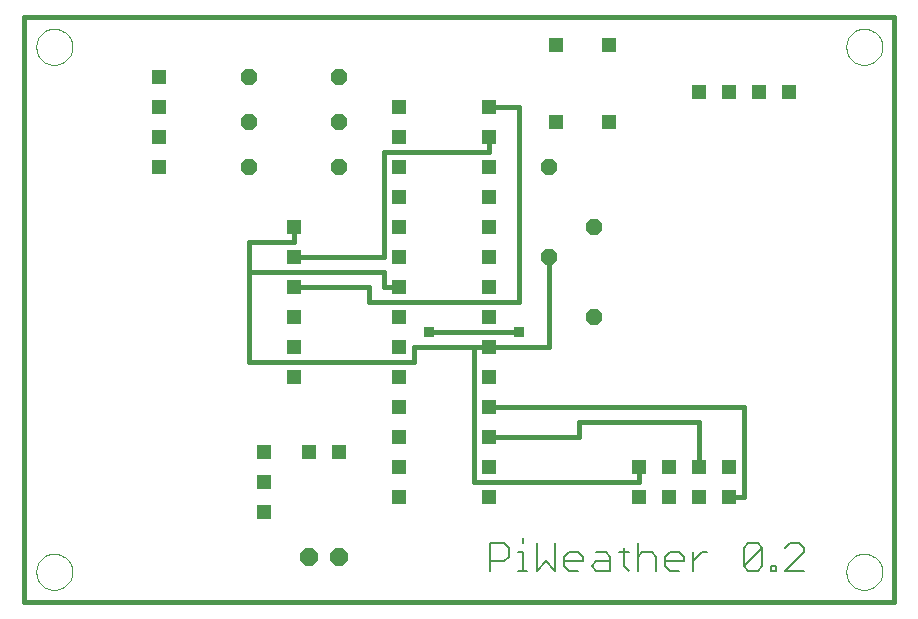
<source format=gtl>
G75*
%MOIN*%
%OFA0B0*%
%FSLAX24Y24*%
%IPPOS*%
%LPD*%
%AMOC8*
5,1,8,0,0,1.08239X$1,22.5*
%
%ADD10C,0.0000*%
%ADD11C,0.0080*%
%ADD12C,0.0160*%
%ADD13R,0.0515X0.0515*%
%ADD14OC8,0.0520*%
%ADD15OC8,0.0600*%
%ADD16R,0.0356X0.0356*%
D10*
X000580Y001180D02*
X000582Y001229D01*
X000588Y001277D01*
X000598Y001325D01*
X000612Y001372D01*
X000629Y001418D01*
X000650Y001462D01*
X000675Y001504D01*
X000703Y001544D01*
X000735Y001582D01*
X000769Y001617D01*
X000806Y001649D01*
X000845Y001678D01*
X000887Y001704D01*
X000931Y001726D01*
X000976Y001744D01*
X001023Y001759D01*
X001070Y001770D01*
X001119Y001777D01*
X001168Y001780D01*
X001217Y001779D01*
X001265Y001774D01*
X001314Y001765D01*
X001361Y001752D01*
X001407Y001735D01*
X001451Y001715D01*
X001494Y001691D01*
X001535Y001664D01*
X001573Y001633D01*
X001609Y001600D01*
X001641Y001564D01*
X001671Y001525D01*
X001698Y001484D01*
X001721Y001440D01*
X001740Y001395D01*
X001756Y001349D01*
X001768Y001302D01*
X001776Y001253D01*
X001780Y001204D01*
X001780Y001156D01*
X001776Y001107D01*
X001768Y001058D01*
X001756Y001011D01*
X001740Y000965D01*
X001721Y000920D01*
X001698Y000876D01*
X001671Y000835D01*
X001641Y000796D01*
X001609Y000760D01*
X001573Y000727D01*
X001535Y000696D01*
X001494Y000669D01*
X001451Y000645D01*
X001407Y000625D01*
X001361Y000608D01*
X001314Y000595D01*
X001265Y000586D01*
X001217Y000581D01*
X001168Y000580D01*
X001119Y000583D01*
X001070Y000590D01*
X001023Y000601D01*
X000976Y000616D01*
X000931Y000634D01*
X000887Y000656D01*
X000845Y000682D01*
X000806Y000711D01*
X000769Y000743D01*
X000735Y000778D01*
X000703Y000816D01*
X000675Y000856D01*
X000650Y000898D01*
X000629Y000942D01*
X000612Y000988D01*
X000598Y001035D01*
X000588Y001083D01*
X000582Y001131D01*
X000580Y001180D01*
X000580Y018680D02*
X000582Y018729D01*
X000588Y018777D01*
X000598Y018825D01*
X000612Y018872D01*
X000629Y018918D01*
X000650Y018962D01*
X000675Y019004D01*
X000703Y019044D01*
X000735Y019082D01*
X000769Y019117D01*
X000806Y019149D01*
X000845Y019178D01*
X000887Y019204D01*
X000931Y019226D01*
X000976Y019244D01*
X001023Y019259D01*
X001070Y019270D01*
X001119Y019277D01*
X001168Y019280D01*
X001217Y019279D01*
X001265Y019274D01*
X001314Y019265D01*
X001361Y019252D01*
X001407Y019235D01*
X001451Y019215D01*
X001494Y019191D01*
X001535Y019164D01*
X001573Y019133D01*
X001609Y019100D01*
X001641Y019064D01*
X001671Y019025D01*
X001698Y018984D01*
X001721Y018940D01*
X001740Y018895D01*
X001756Y018849D01*
X001768Y018802D01*
X001776Y018753D01*
X001780Y018704D01*
X001780Y018656D01*
X001776Y018607D01*
X001768Y018558D01*
X001756Y018511D01*
X001740Y018465D01*
X001721Y018420D01*
X001698Y018376D01*
X001671Y018335D01*
X001641Y018296D01*
X001609Y018260D01*
X001573Y018227D01*
X001535Y018196D01*
X001494Y018169D01*
X001451Y018145D01*
X001407Y018125D01*
X001361Y018108D01*
X001314Y018095D01*
X001265Y018086D01*
X001217Y018081D01*
X001168Y018080D01*
X001119Y018083D01*
X001070Y018090D01*
X001023Y018101D01*
X000976Y018116D01*
X000931Y018134D01*
X000887Y018156D01*
X000845Y018182D01*
X000806Y018211D01*
X000769Y018243D01*
X000735Y018278D01*
X000703Y018316D01*
X000675Y018356D01*
X000650Y018398D01*
X000629Y018442D01*
X000612Y018488D01*
X000598Y018535D01*
X000588Y018583D01*
X000582Y018631D01*
X000580Y018680D01*
X027580Y018680D02*
X027582Y018729D01*
X027588Y018777D01*
X027598Y018825D01*
X027612Y018872D01*
X027629Y018918D01*
X027650Y018962D01*
X027675Y019004D01*
X027703Y019044D01*
X027735Y019082D01*
X027769Y019117D01*
X027806Y019149D01*
X027845Y019178D01*
X027887Y019204D01*
X027931Y019226D01*
X027976Y019244D01*
X028023Y019259D01*
X028070Y019270D01*
X028119Y019277D01*
X028168Y019280D01*
X028217Y019279D01*
X028265Y019274D01*
X028314Y019265D01*
X028361Y019252D01*
X028407Y019235D01*
X028451Y019215D01*
X028494Y019191D01*
X028535Y019164D01*
X028573Y019133D01*
X028609Y019100D01*
X028641Y019064D01*
X028671Y019025D01*
X028698Y018984D01*
X028721Y018940D01*
X028740Y018895D01*
X028756Y018849D01*
X028768Y018802D01*
X028776Y018753D01*
X028780Y018704D01*
X028780Y018656D01*
X028776Y018607D01*
X028768Y018558D01*
X028756Y018511D01*
X028740Y018465D01*
X028721Y018420D01*
X028698Y018376D01*
X028671Y018335D01*
X028641Y018296D01*
X028609Y018260D01*
X028573Y018227D01*
X028535Y018196D01*
X028494Y018169D01*
X028451Y018145D01*
X028407Y018125D01*
X028361Y018108D01*
X028314Y018095D01*
X028265Y018086D01*
X028217Y018081D01*
X028168Y018080D01*
X028119Y018083D01*
X028070Y018090D01*
X028023Y018101D01*
X027976Y018116D01*
X027931Y018134D01*
X027887Y018156D01*
X027845Y018182D01*
X027806Y018211D01*
X027769Y018243D01*
X027735Y018278D01*
X027703Y018316D01*
X027675Y018356D01*
X027650Y018398D01*
X027629Y018442D01*
X027612Y018488D01*
X027598Y018535D01*
X027588Y018583D01*
X027582Y018631D01*
X027580Y018680D01*
X027580Y001180D02*
X027582Y001229D01*
X027588Y001277D01*
X027598Y001325D01*
X027612Y001372D01*
X027629Y001418D01*
X027650Y001462D01*
X027675Y001504D01*
X027703Y001544D01*
X027735Y001582D01*
X027769Y001617D01*
X027806Y001649D01*
X027845Y001678D01*
X027887Y001704D01*
X027931Y001726D01*
X027976Y001744D01*
X028023Y001759D01*
X028070Y001770D01*
X028119Y001777D01*
X028168Y001780D01*
X028217Y001779D01*
X028265Y001774D01*
X028314Y001765D01*
X028361Y001752D01*
X028407Y001735D01*
X028451Y001715D01*
X028494Y001691D01*
X028535Y001664D01*
X028573Y001633D01*
X028609Y001600D01*
X028641Y001564D01*
X028671Y001525D01*
X028698Y001484D01*
X028721Y001440D01*
X028740Y001395D01*
X028756Y001349D01*
X028768Y001302D01*
X028776Y001253D01*
X028780Y001204D01*
X028780Y001156D01*
X028776Y001107D01*
X028768Y001058D01*
X028756Y001011D01*
X028740Y000965D01*
X028721Y000920D01*
X028698Y000876D01*
X028671Y000835D01*
X028641Y000796D01*
X028609Y000760D01*
X028573Y000727D01*
X028535Y000696D01*
X028494Y000669D01*
X028451Y000645D01*
X028407Y000625D01*
X028361Y000608D01*
X028314Y000595D01*
X028265Y000586D01*
X028217Y000581D01*
X028168Y000580D01*
X028119Y000583D01*
X028070Y000590D01*
X028023Y000601D01*
X027976Y000616D01*
X027931Y000634D01*
X027887Y000656D01*
X027845Y000682D01*
X027806Y000711D01*
X027769Y000743D01*
X027735Y000778D01*
X027703Y000816D01*
X027675Y000856D01*
X027650Y000898D01*
X027629Y000942D01*
X027612Y000988D01*
X027598Y001035D01*
X027588Y001083D01*
X027582Y001131D01*
X027580Y001180D01*
D11*
X026156Y001220D02*
X025542Y001220D01*
X026156Y001834D01*
X026156Y001987D01*
X026002Y002141D01*
X025695Y002141D01*
X025542Y001987D01*
X024774Y001987D02*
X024161Y001373D01*
X024314Y001220D01*
X024621Y001220D01*
X024774Y001373D01*
X024774Y001987D01*
X024621Y002141D01*
X024314Y002141D01*
X024161Y001987D01*
X024161Y001373D01*
X025081Y001373D02*
X025235Y001373D01*
X025235Y001220D01*
X025081Y001220D01*
X025081Y001373D01*
X022933Y001834D02*
X022779Y001834D01*
X022472Y001527D01*
X022166Y001527D02*
X022166Y001680D01*
X022012Y001834D01*
X021705Y001834D01*
X021552Y001680D01*
X021552Y001373D01*
X021705Y001220D01*
X022012Y001220D01*
X022166Y001527D02*
X021552Y001527D01*
X021245Y001680D02*
X021245Y001220D01*
X021245Y001680D02*
X021091Y001834D01*
X020784Y001834D01*
X020631Y001680D01*
X020324Y001834D02*
X020017Y001834D01*
X020170Y001987D02*
X020170Y001373D01*
X020324Y001220D01*
X020631Y001220D02*
X020631Y002141D01*
X019710Y001680D02*
X019710Y001220D01*
X019250Y001220D01*
X019096Y001373D01*
X019250Y001527D01*
X019710Y001527D01*
X019710Y001680D02*
X019557Y001834D01*
X019250Y001834D01*
X018789Y001680D02*
X018789Y001527D01*
X018175Y001527D01*
X018175Y001680D02*
X018175Y001373D01*
X018329Y001220D01*
X018636Y001220D01*
X018789Y001680D02*
X018636Y001834D01*
X018329Y001834D01*
X018175Y001680D01*
X017869Y001220D02*
X017869Y002141D01*
X017255Y002141D02*
X017255Y001220D01*
X017562Y001527D01*
X017869Y001220D01*
X016948Y001220D02*
X016641Y001220D01*
X016794Y001220D02*
X016794Y001834D01*
X016641Y001834D01*
X016794Y002141D02*
X016794Y002294D01*
X016334Y001987D02*
X016334Y001680D01*
X016180Y001527D01*
X015720Y001527D01*
X015720Y001220D02*
X015720Y002141D01*
X016180Y002141D01*
X016334Y001987D01*
X022472Y001834D02*
X022472Y001220D01*
D12*
X000180Y000180D02*
X000180Y019680D01*
X029180Y019680D01*
X029180Y000180D01*
X000180Y000180D01*
X007680Y008180D02*
X007680Y011180D01*
X012180Y011180D01*
X012180Y010680D01*
X012680Y010680D01*
X011680Y010680D02*
X011680Y010180D01*
X016680Y010180D01*
X016680Y016680D01*
X015680Y016680D01*
X015680Y015680D02*
X015680Y015180D01*
X012180Y015180D01*
X012180Y011680D01*
X009180Y011680D01*
X009180Y012180D02*
X009180Y012680D01*
X009180Y012180D02*
X007680Y012180D01*
X007680Y011180D01*
X009180Y010680D02*
X011680Y010680D01*
X013680Y009180D02*
X016680Y009180D01*
X015680Y008680D02*
X015180Y008680D01*
X015180Y004180D01*
X020680Y004180D01*
X020680Y004680D01*
X022680Y004680D02*
X022680Y006180D01*
X018680Y006180D01*
X018680Y005680D01*
X015680Y005680D01*
X015680Y006680D02*
X024180Y006680D01*
X024180Y003680D01*
X023680Y003680D01*
X017680Y008680D02*
X015680Y008680D01*
X015180Y008680D02*
X013180Y008680D01*
X013180Y008180D01*
X007680Y008180D01*
X017680Y008680D02*
X017680Y011680D01*
D13*
X015680Y011680D03*
X015680Y010680D03*
X015680Y009680D03*
X015680Y008680D03*
X015680Y007680D03*
X015680Y006680D03*
X015680Y005680D03*
X015680Y004680D03*
X015680Y003680D03*
X012680Y003680D03*
X012680Y004680D03*
X012680Y005680D03*
X012680Y006680D03*
X012680Y007680D03*
X012680Y008680D03*
X012680Y009680D03*
X012680Y010680D03*
X012680Y011680D03*
X012680Y012680D03*
X012680Y013680D03*
X012680Y014680D03*
X012680Y015680D03*
X012680Y016680D03*
X015680Y016680D03*
X015680Y015680D03*
X015680Y014680D03*
X015680Y013680D03*
X015680Y012680D03*
X017908Y016180D03*
X019680Y016180D03*
X022680Y017180D03*
X023680Y017180D03*
X024680Y017180D03*
X025680Y017180D03*
X019680Y018739D03*
X017908Y018739D03*
X009180Y012680D03*
X009180Y011680D03*
X009180Y010680D03*
X009180Y009680D03*
X009180Y008680D03*
X009180Y007680D03*
X009680Y005180D03*
X010680Y005180D03*
X008180Y005180D03*
X008180Y004180D03*
X008180Y003180D03*
X020680Y003680D03*
X021680Y003680D03*
X022680Y003680D03*
X023680Y003680D03*
X023680Y004680D03*
X022680Y004680D03*
X021680Y004680D03*
X020680Y004680D03*
X004680Y014680D03*
X004680Y015680D03*
X004680Y016680D03*
X004680Y017680D03*
D14*
X007680Y017680D03*
X007680Y016180D03*
X007680Y014680D03*
X010680Y014680D03*
X010680Y016180D03*
X010680Y017680D03*
X017680Y014680D03*
X019180Y012680D03*
X017680Y011680D03*
X019180Y009680D03*
D15*
X010680Y001680D03*
X009680Y001680D03*
D16*
X013680Y009180D03*
X016680Y009180D03*
M02*

</source>
